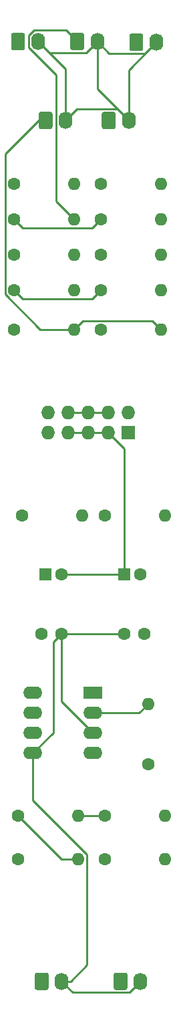
<source format=gbr>
%TF.GenerationSoftware,KiCad,Pcbnew,(5.1.8-0-10_14)*%
%TF.CreationDate,2021-07-03T12:07:01-04:00*%
%TF.ProjectId,unity,756e6974-792e-46b6-9963-61645f706362,rev?*%
%TF.SameCoordinates,Original*%
%TF.FileFunction,Copper,L1,Top*%
%TF.FilePolarity,Positive*%
%FSLAX46Y46*%
G04 Gerber Fmt 4.6, Leading zero omitted, Abs format (unit mm)*
G04 Created by KiCad (PCBNEW (5.1.8-0-10_14)) date 2021-07-03 12:07:01*
%MOMM*%
%LPD*%
G01*
G04 APERTURE LIST*
%TA.AperFunction,ComponentPad*%
%ADD10O,1.740000X2.200000*%
%TD*%
%TA.AperFunction,ComponentPad*%
%ADD11O,1.600000X1.600000*%
%TD*%
%TA.AperFunction,ComponentPad*%
%ADD12C,1.600000*%
%TD*%
%TA.AperFunction,ComponentPad*%
%ADD13R,1.727200X1.727200*%
%TD*%
%TA.AperFunction,ComponentPad*%
%ADD14O,1.727200X1.727200*%
%TD*%
%TA.AperFunction,ComponentPad*%
%ADD15R,1.600000X1.600000*%
%TD*%
%TA.AperFunction,ComponentPad*%
%ADD16O,2.400000X1.600000*%
%TD*%
%TA.AperFunction,ComponentPad*%
%ADD17R,2.400000X1.600000*%
%TD*%
%TA.AperFunction,Conductor*%
%ADD18C,0.250000*%
%TD*%
G04 APERTURE END LIST*
D10*
%TO.P,J2,2*%
%TO.N,GND*%
X163040000Y-41000000D03*
%TO.P,J2,1*%
%TO.N,Net-(J2-Pad1)*%
%TA.AperFunction,ComponentPad*%
G36*
G01*
X159630000Y-41850001D02*
X159630000Y-40149999D01*
G75*
G02*
X159879999Y-39900000I249999J0D01*
G01*
X161120001Y-39900000D01*
G75*
G02*
X161370000Y-40149999I0J-249999D01*
G01*
X161370000Y-41850001D01*
G75*
G02*
X161120001Y-42100000I-249999J0D01*
G01*
X159879999Y-42100000D01*
G75*
G02*
X159630000Y-41850001I0J249999D01*
G01*
G37*
%TD.AperFunction*%
%TD*%
%TO.P,J5,1*%
%TO.N,Net-(J5-Pad1)*%
%TA.AperFunction,ComponentPad*%
G36*
G01*
X163630000Y-51850001D02*
X163630000Y-50149999D01*
G75*
G02*
X163879999Y-49900000I249999J0D01*
G01*
X165120001Y-49900000D01*
G75*
G02*
X165370000Y-50149999I0J-249999D01*
G01*
X165370000Y-51850001D01*
G75*
G02*
X165120001Y-52100000I-249999J0D01*
G01*
X163879999Y-52100000D01*
G75*
G02*
X163630000Y-51850001I0J249999D01*
G01*
G37*
%TD.AperFunction*%
%TO.P,J5,2*%
%TO.N,GND*%
X167040000Y-51000000D03*
%TD*%
%TO.P,J4,2*%
%TO.N,GND*%
X159040000Y-51000000D03*
%TO.P,J4,1*%
%TO.N,Net-(J4-Pad1)*%
%TA.AperFunction,ComponentPad*%
G36*
G01*
X155630000Y-51850001D02*
X155630000Y-50149999D01*
G75*
G02*
X155879999Y-49900000I249999J0D01*
G01*
X157120001Y-49900000D01*
G75*
G02*
X157370000Y-50149999I0J-249999D01*
G01*
X157370000Y-51850001D01*
G75*
G02*
X157120001Y-52100000I-249999J0D01*
G01*
X155879999Y-52100000D01*
G75*
G02*
X155630000Y-51850001I0J249999D01*
G01*
G37*
%TD.AperFunction*%
%TD*%
D11*
%TO.P,R9,2*%
%TO.N,Net-(J4-Pad1)*%
X171120000Y-77500000D03*
D12*
%TO.P,R9,1*%
%TO.N,Net-(R10-Pad1)*%
X163500000Y-77500000D03*
%TD*%
%TO.P,R5,1*%
%TO.N,GND*%
X163500000Y-63500000D03*
D11*
%TO.P,R5,2*%
%TO.N,Net-(J5-Pad1)*%
X171120000Y-63500000D03*
%TD*%
D13*
%TO.P,J6,1*%
%TO.N,Net-(J6-Pad1)*%
X167000000Y-90500000D03*
D14*
%TO.P,J6,2*%
X167000000Y-87960000D03*
%TO.P,J6,3*%
%TO.N,GND*%
X164460000Y-90500000D03*
%TO.P,J6,4*%
X164460000Y-87960000D03*
%TO.P,J6,5*%
X161920000Y-90500000D03*
%TO.P,J6,6*%
X161920000Y-87960000D03*
%TO.P,J6,7*%
X159380000Y-90500000D03*
%TO.P,J6,8*%
X159380000Y-87960000D03*
%TO.P,J6,9*%
%TO.N,Net-(J6-Pad10)*%
X156840000Y-90500000D03*
%TO.P,J6,10*%
X156840000Y-87960000D03*
%TD*%
D11*
%TO.P,R17,2*%
%TO.N,Net-(R13-Pad1)*%
X160620000Y-144500000D03*
D12*
%TO.P,R17,1*%
%TO.N,Net-(J7-Pad1)*%
X153000000Y-144500000D03*
%TD*%
%TO.P,C1,1*%
%TO.N,Net-(C1-Pad1)*%
X156000000Y-116000000D03*
%TO.P,C1,2*%
%TO.N,GND*%
X158500000Y-116000000D03*
%TD*%
%TO.P,C2,2*%
%TO.N,Net-(C2-Pad2)*%
X169000000Y-116000000D03*
%TO.P,C2,1*%
%TO.N,GND*%
X166500000Y-116000000D03*
%TD*%
D15*
%TO.P,C3,1*%
%TO.N,Net-(C1-Pad1)*%
X156500000Y-108500000D03*
D12*
%TO.P,C3,2*%
%TO.N,GND*%
X158500000Y-108500000D03*
%TD*%
%TO.P,C4,2*%
%TO.N,Net-(C2-Pad2)*%
X168500000Y-108500000D03*
D15*
%TO.P,C4,1*%
%TO.N,GND*%
X166500000Y-108500000D03*
%TD*%
%TO.P,J1,1*%
%TO.N,Net-(J1-Pad1)*%
%TA.AperFunction,ComponentPad*%
G36*
G01*
X152130000Y-41850001D02*
X152130000Y-40149999D01*
G75*
G02*
X152379999Y-39900000I249999J0D01*
G01*
X153620001Y-39900000D01*
G75*
G02*
X153870000Y-40149999I0J-249999D01*
G01*
X153870000Y-41850001D01*
G75*
G02*
X153620001Y-42100000I-249999J0D01*
G01*
X152379999Y-42100000D01*
G75*
G02*
X152130000Y-41850001I0J249999D01*
G01*
G37*
%TD.AperFunction*%
D10*
%TO.P,J1,2*%
%TO.N,GND*%
X155540000Y-41000000D03*
%TD*%
%TO.P,J3,1*%
%TO.N,Net-(J3-Pad1)*%
%TA.AperFunction,ComponentPad*%
G36*
G01*
X167130000Y-41945002D02*
X167130000Y-40245000D01*
G75*
G02*
X167379999Y-39995001I249999J0D01*
G01*
X168620001Y-39995001D01*
G75*
G02*
X168870000Y-40245000I0J-249999D01*
G01*
X168870000Y-41945002D01*
G75*
G02*
X168620001Y-42195001I-249999J0D01*
G01*
X167379999Y-42195001D01*
G75*
G02*
X167130000Y-41945002I0J249999D01*
G01*
G37*
%TD.AperFunction*%
%TO.P,J3,2*%
%TO.N,GND*%
X170540000Y-41095001D03*
%TD*%
%TO.P,J7,1*%
%TO.N,Net-(J7-Pad1)*%
%TA.AperFunction,ComponentPad*%
G36*
G01*
X165130000Y-160850001D02*
X165130000Y-159149999D01*
G75*
G02*
X165379999Y-158900000I249999J0D01*
G01*
X166620001Y-158900000D01*
G75*
G02*
X166870000Y-159149999I0J-249999D01*
G01*
X166870000Y-160850001D01*
G75*
G02*
X166620001Y-161100000I-249999J0D01*
G01*
X165379999Y-161100000D01*
G75*
G02*
X165130000Y-160850001I0J249999D01*
G01*
G37*
%TD.AperFunction*%
%TO.P,J7,2*%
%TO.N,GND*%
X168540000Y-160000000D03*
%TD*%
%TO.P,J8,2*%
%TO.N,GND*%
X158540000Y-160000000D03*
%TO.P,J8,1*%
%TO.N,Net-(J8-Pad1)*%
%TA.AperFunction,ComponentPad*%
G36*
G01*
X155130000Y-160850001D02*
X155130000Y-159149999D01*
G75*
G02*
X155379999Y-158900000I249999J0D01*
G01*
X156620001Y-158900000D01*
G75*
G02*
X156870000Y-159149999I0J-249999D01*
G01*
X156870000Y-160850001D01*
G75*
G02*
X156620001Y-161100000I-249999J0D01*
G01*
X155379999Y-161100000D01*
G75*
G02*
X155130000Y-160850001I0J249999D01*
G01*
G37*
%TD.AperFunction*%
%TD*%
D12*
%TO.P,R1,1*%
%TO.N,GND*%
X152500000Y-59000000D03*
D11*
%TO.P,R1,2*%
%TO.N,Net-(J1-Pad1)*%
X160120000Y-59000000D03*
%TD*%
D12*
%TO.P,R2,1*%
%TO.N,GND*%
X152500000Y-63500000D03*
D11*
%TO.P,R2,2*%
%TO.N,Net-(J2-Pad1)*%
X160120000Y-63500000D03*
%TD*%
D12*
%TO.P,R3,1*%
%TO.N,GND*%
X163500000Y-68000000D03*
D11*
%TO.P,R3,2*%
%TO.N,Net-(J3-Pad1)*%
X171120000Y-68000000D03*
%TD*%
D12*
%TO.P,R4,1*%
%TO.N,GND*%
X152500000Y-77500000D03*
D11*
%TO.P,R4,2*%
%TO.N,Net-(J4-Pad1)*%
X160120000Y-77500000D03*
%TD*%
%TO.P,R6,2*%
%TO.N,Net-(J1-Pad1)*%
X160120000Y-72500000D03*
D12*
%TO.P,R6,1*%
%TO.N,Net-(R10-Pad1)*%
X152500000Y-72500000D03*
%TD*%
D11*
%TO.P,R7,2*%
%TO.N,Net-(J2-Pad1)*%
X160120000Y-68000000D03*
D12*
%TO.P,R7,1*%
%TO.N,Net-(R10-Pad1)*%
X152500000Y-68000000D03*
%TD*%
D11*
%TO.P,R8,2*%
%TO.N,Net-(J3-Pad1)*%
X171120000Y-72500000D03*
D12*
%TO.P,R8,1*%
%TO.N,Net-(R10-Pad1)*%
X163500000Y-72500000D03*
%TD*%
D11*
%TO.P,R10,2*%
%TO.N,Net-(J5-Pad1)*%
X171120000Y-59000000D03*
D12*
%TO.P,R10,1*%
%TO.N,Net-(R10-Pad1)*%
X163500000Y-59000000D03*
%TD*%
D11*
%TO.P,R11,2*%
%TO.N,Net-(R10-Pad1)*%
X169500000Y-124880000D03*
D12*
%TO.P,R11,1*%
%TO.N,Net-(R11-Pad1)*%
X169500000Y-132500000D03*
%TD*%
D11*
%TO.P,R12,2*%
%TO.N,Net-(R11-Pad1)*%
X171620000Y-139000000D03*
D12*
%TO.P,R12,1*%
%TO.N,Net-(R12-Pad1)*%
X164000000Y-139000000D03*
%TD*%
%TO.P,R13,1*%
%TO.N,Net-(R13-Pad1)*%
X153000000Y-139000000D03*
D11*
%TO.P,R13,2*%
%TO.N,Net-(R12-Pad1)*%
X160620000Y-139000000D03*
%TD*%
D12*
%TO.P,R14,1*%
%TO.N,Net-(J8-Pad1)*%
X164000000Y-144500000D03*
D11*
%TO.P,R14,2*%
%TO.N,Net-(R11-Pad1)*%
X171620000Y-144500000D03*
%TD*%
D12*
%TO.P,R15,1*%
%TO.N,Net-(C1-Pad1)*%
X153500000Y-101000000D03*
D11*
%TO.P,R15,2*%
%TO.N,Net-(J6-Pad10)*%
X161120000Y-101000000D03*
%TD*%
%TO.P,R16,2*%
%TO.N,Net-(J6-Pad1)*%
X171620000Y-101000000D03*
D12*
%TO.P,R16,1*%
%TO.N,Net-(C2-Pad2)*%
X164000000Y-101000000D03*
%TD*%
D16*
%TO.P,U1,8*%
%TO.N,Net-(C1-Pad1)*%
X154880000Y-123500000D03*
%TO.P,U1,4*%
%TO.N,Net-(C2-Pad2)*%
X162500000Y-131120000D03*
%TO.P,U1,7*%
%TO.N,Net-(R13-Pad1)*%
X154880000Y-126040000D03*
%TO.P,U1,3*%
%TO.N,GND*%
X162500000Y-128580000D03*
%TO.P,U1,6*%
%TO.N,Net-(R12-Pad1)*%
X154880000Y-128580000D03*
%TO.P,U1,2*%
%TO.N,Net-(R10-Pad1)*%
X162500000Y-126040000D03*
%TO.P,U1,5*%
%TO.N,GND*%
X154880000Y-131120000D03*
D17*
%TO.P,U1,1*%
%TO.N,Net-(R11-Pad1)*%
X162500000Y-123500000D03*
%TD*%
D18*
%TO.N,Net-(C1-Pad1)*%
X153500000Y-101500000D02*
X153500000Y-101000000D01*
X156000000Y-116500000D02*
X156000000Y-116000000D01*
%TO.N,GND*%
X159040000Y-50460000D02*
X159475000Y-50025000D01*
X159040000Y-51000000D02*
X159040000Y-50460000D01*
X161614990Y-42425010D02*
X163040000Y-41000000D01*
X156965010Y-42425010D02*
X161614990Y-42425010D01*
X155540000Y-41000000D02*
X156965010Y-42425010D01*
X169114990Y-42520011D02*
X170540000Y-41095001D01*
X164560011Y-42520011D02*
X169114990Y-42520011D01*
X163040000Y-41000000D02*
X164560011Y-42520011D01*
X160465010Y-49574990D02*
X159040000Y-51000000D01*
X165614990Y-49574990D02*
X160465010Y-49574990D01*
X167040000Y-51000000D02*
X165614990Y-49574990D01*
X152000000Y-59000000D02*
X152500000Y-59000000D01*
X162374999Y-64625001D02*
X163500000Y-63500000D01*
X153625001Y-64625001D02*
X162374999Y-64625001D01*
X152500000Y-63500000D02*
X153625001Y-64625001D01*
X158500000Y-116000000D02*
X166500000Y-116000000D01*
X166500000Y-108500000D02*
X158500000Y-108500000D01*
X154880000Y-137094998D02*
X154880000Y-131120000D01*
X161745001Y-143959999D02*
X154880000Y-137094998D01*
X159660000Y-160000000D02*
X161745001Y-157914999D01*
X161745001Y-157914999D02*
X161745001Y-143959999D01*
X158540000Y-160000000D02*
X159660000Y-160000000D01*
X164460000Y-87960000D02*
X159380000Y-87960000D01*
X159380000Y-90500000D02*
X164460000Y-90500000D01*
X159040000Y-44500000D02*
X155540000Y-41000000D01*
X159040000Y-51000000D02*
X159040000Y-44500000D01*
X163040000Y-47000000D02*
X167040000Y-51000000D01*
X163040000Y-41000000D02*
X163040000Y-47000000D01*
X167040000Y-44595001D02*
X170540000Y-41095001D01*
X167040000Y-51000000D02*
X167040000Y-44595001D01*
X159040000Y-51000000D02*
X159000000Y-51000000D01*
X157500000Y-117000000D02*
X158500000Y-116000000D01*
X157500000Y-128500000D02*
X157500000Y-117000000D01*
X154880000Y-131120000D02*
X157500000Y-128500000D01*
X158500000Y-124580000D02*
X158500000Y-116000000D01*
X162500000Y-128580000D02*
X158500000Y-124580000D01*
X166500000Y-92540000D02*
X166500000Y-108500000D01*
X164460000Y-90500000D02*
X166500000Y-92540000D01*
X167114990Y-161425010D02*
X168540000Y-160000000D01*
X159965010Y-161425010D02*
X167114990Y-161425010D01*
X158540000Y-160000000D02*
X159965010Y-161425010D01*
%TO.N,Net-(R10-Pad1)*%
X153625001Y-73625001D02*
X152500000Y-72500000D01*
X162374999Y-73625001D02*
X153625001Y-73625001D01*
X163500000Y-72500000D02*
X162374999Y-73625001D01*
X164000000Y-77500000D02*
X163500000Y-77500000D01*
X168340000Y-126040000D02*
X169500000Y-124880000D01*
X162500000Y-126040000D02*
X168340000Y-126040000D01*
X162500000Y-126000000D02*
X162500000Y-126040000D01*
%TO.N,Net-(R11-Pad1)*%
X169500000Y-132500000D02*
X170000000Y-132500000D01*
%TO.N,Net-(R12-Pad1)*%
X164000000Y-139000000D02*
X160620000Y-139000000D01*
X154580000Y-128580000D02*
X154880000Y-128580000D01*
%TO.N,Net-(R13-Pad1)*%
X158500000Y-144500000D02*
X153000000Y-139000000D01*
X160620000Y-144500000D02*
X158500000Y-144500000D01*
%TO.N,Net-(J1-Pad1)*%
X153000000Y-40500000D02*
X153000000Y-41000000D01*
%TO.N,Net-(J2-Pad1)*%
X159074990Y-39574990D02*
X160500000Y-41000000D01*
X155045011Y-39574990D02*
X159074990Y-39574990D01*
X157844990Y-45224989D02*
X154344990Y-41724989D01*
X157844990Y-61224990D02*
X157844990Y-45224989D01*
X154344990Y-40275011D02*
X155045011Y-39574990D01*
X154344990Y-41724989D02*
X154344990Y-40275011D01*
X160120000Y-63500000D02*
X157844990Y-61224990D01*
%TO.N,Net-(J3-Pad1)*%
X168000000Y-41095001D02*
X168000000Y-41000000D01*
%TO.N,Net-(J4-Pad1)*%
X169994999Y-76374999D02*
X171120000Y-77500000D01*
X161245001Y-76374999D02*
X169994999Y-76374999D01*
X160120000Y-77500000D02*
X161245001Y-76374999D01*
X155834998Y-77500000D02*
X160120000Y-77500000D01*
X151374999Y-73040001D02*
X155834998Y-77500000D01*
X151374999Y-55255001D02*
X151374999Y-73040001D01*
X155630000Y-51000000D02*
X151374999Y-55255001D01*
X156500000Y-51000000D02*
X155630000Y-51000000D01*
%TD*%
M02*

</source>
